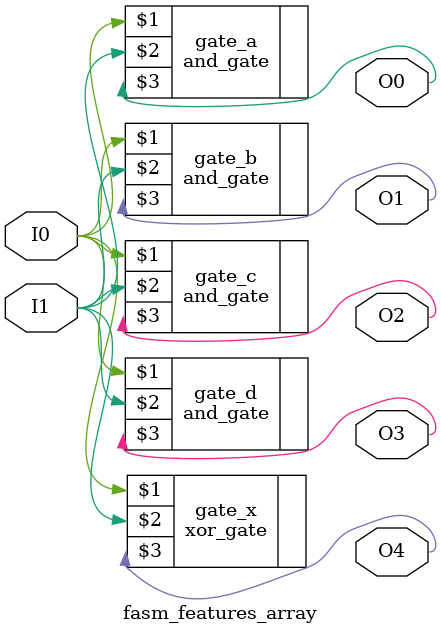
<source format=v>
`include "../common/and_gate.sim.v"
`include "../common/xor_gate.sim.v"

module fasm_features_array (I0, I1, O0, O1, O2, O3, O4);
  input  wire I0;
  input  wire I1;

  output wire O0;
  output wire O1;
  output wire O2;
  output wire O3;
  output wire O4;

 (* FASM_PREFIX = "GATE_A" *)
 and_gate gate_a(I0, I1, O0);
 (* FASM_PREFIX = "GATE_B" *)
 and_gate gate_b(I0, I1, O1);
 (* FASM_PREFIX = "GATE_C" *)
 and_gate gate_c(I0, I1, O2);
 (* FASM_PREFIX = "GATE_D" *)
 and_gate gate_d(I0, I1, O3);

 (* FASM_PREFIX = "XOR_GATE" *)
 xor_gate gate_x(I0, I1, O4);

endmodule


</source>
